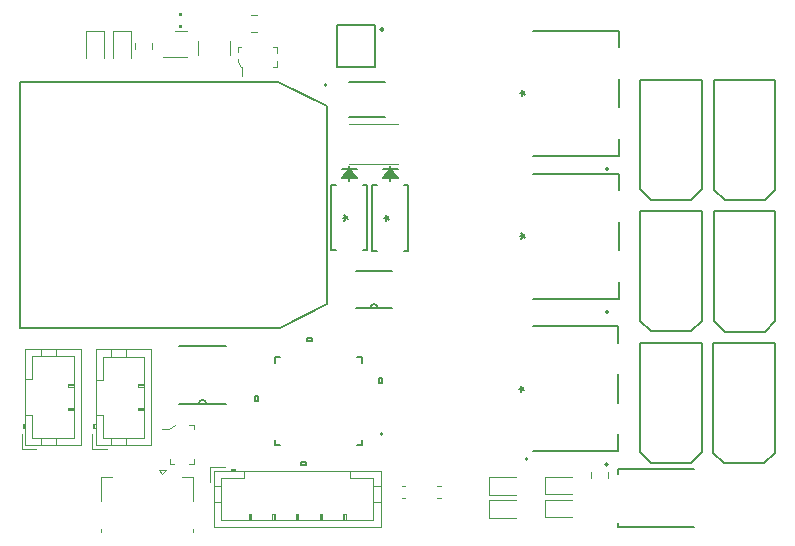
<source format=gbr>
G04 #@! TF.GenerationSoftware,KiCad,Pcbnew,5.1.6-c6e7f7d~87~ubuntu19.10.1*
G04 #@! TF.CreationDate,2021-03-17T15:36:07-04:00*
G04 #@! TF.ProjectId,icarus,69636172-7573-42e6-9b69-6361645f7063,V1.0*
G04 #@! TF.SameCoordinates,Original*
G04 #@! TF.FileFunction,Legend,Top*
G04 #@! TF.FilePolarity,Positive*
%FSLAX46Y46*%
G04 Gerber Fmt 4.6, Leading zero omitted, Abs format (unit mm)*
G04 Created by KiCad (PCBNEW 5.1.6-c6e7f7d~87~ubuntu19.10.1) date 2021-03-17 15:36:07*
%MOMM*%
%LPD*%
G01*
G04 APERTURE LIST*
%ADD10C,0.152400*%
%ADD11C,0.120000*%
%ADD12C,0.127000*%
%ADD13C,0.200000*%
%ADD14C,0.010000*%
%ADD15C,0.100000*%
%ADD16C,0.150000*%
G04 APERTURE END LIST*
D10*
G04 #@! TO.C,U2*
X141821100Y-109578900D02*
X141335140Y-109578900D01*
X134378900Y-109578900D02*
X134378900Y-110064860D01*
X134378900Y-117021100D02*
X134864860Y-117021100D01*
X141821100Y-117021100D02*
X141821100Y-116535140D01*
X141821100Y-110064860D02*
X141821100Y-109578900D01*
X134864860Y-109578900D02*
X134378900Y-109578900D01*
X134378900Y-116535140D02*
X134378900Y-117021100D01*
X141335140Y-117021100D02*
X141821100Y-117021100D01*
X143454899Y-111740501D02*
X143454899Y-111359501D01*
X143454899Y-111359501D02*
X143200899Y-111359501D01*
X143200899Y-111359501D02*
X143200899Y-111740501D01*
X143200899Y-111740501D02*
X143454899Y-111740501D01*
X137540499Y-108199101D02*
X137540499Y-107945101D01*
X137540499Y-107945101D02*
X137159499Y-107945101D01*
X137159499Y-107945101D02*
X137159499Y-108199101D01*
X137159499Y-108199101D02*
X137540499Y-108199101D01*
X132745101Y-113240501D02*
X132745101Y-112859500D01*
X132745101Y-112859500D02*
X132999101Y-112859500D01*
X132999101Y-112859500D02*
X132999101Y-113240501D01*
X132999101Y-113240501D02*
X132745101Y-113240501D01*
X137040500Y-118400899D02*
X137040500Y-118654899D01*
X137040500Y-118654899D02*
X136659500Y-118654899D01*
X136659500Y-118654899D02*
X136659500Y-118400899D01*
X136659500Y-118400899D02*
X137040500Y-118400899D01*
X143527101Y-116050000D02*
G75*
G03*
X143527101Y-116050000I-76200J0D01*
G01*
D11*
G04 #@! TO.C,J3*
X128940000Y-118890000D02*
X128940000Y-120140000D01*
X130190000Y-118890000D02*
X128940000Y-118890000D01*
X140300000Y-123300000D02*
X140300000Y-122800000D01*
X140400000Y-122800000D02*
X140400000Y-123300000D01*
X140200000Y-122800000D02*
X140400000Y-122800000D01*
X140200000Y-123300000D02*
X140200000Y-122800000D01*
X138300000Y-123300000D02*
X138300000Y-122800000D01*
X138400000Y-122800000D02*
X138400000Y-123300000D01*
X138200000Y-122800000D02*
X138400000Y-122800000D01*
X138200000Y-123300000D02*
X138200000Y-122800000D01*
X136300000Y-123300000D02*
X136300000Y-122800000D01*
X136400000Y-122800000D02*
X136400000Y-123300000D01*
X136200000Y-122800000D02*
X136400000Y-122800000D01*
X136200000Y-123300000D02*
X136200000Y-122800000D01*
X134300000Y-123300000D02*
X134300000Y-122800000D01*
X134400000Y-122800000D02*
X134400000Y-123300000D01*
X134200000Y-122800000D02*
X134400000Y-122800000D01*
X134200000Y-123300000D02*
X134200000Y-122800000D01*
X132300000Y-123300000D02*
X132300000Y-122800000D01*
X132400000Y-122800000D02*
X132400000Y-123300000D01*
X132200000Y-122800000D02*
X132400000Y-122800000D01*
X132200000Y-123300000D02*
X132200000Y-122800000D01*
X143360000Y-121800000D02*
X142750000Y-121800000D01*
X143360000Y-120500000D02*
X142750000Y-120500000D01*
X129240000Y-121800000D02*
X129850000Y-121800000D01*
X129240000Y-120500000D02*
X129850000Y-120500000D01*
X140800000Y-119800000D02*
X140800000Y-119190000D01*
X142750000Y-119800000D02*
X140800000Y-119800000D01*
X142750000Y-123300000D02*
X142750000Y-119800000D01*
X129850000Y-123300000D02*
X142750000Y-123300000D01*
X129850000Y-119800000D02*
X129850000Y-123300000D01*
X131800000Y-119800000D02*
X129850000Y-119800000D01*
X131800000Y-119190000D02*
X131800000Y-119800000D01*
X131000000Y-119090000D02*
X130700000Y-119090000D01*
X130700000Y-118990000D02*
X130700000Y-119190000D01*
X131000000Y-118990000D02*
X130700000Y-118990000D01*
X131000000Y-119190000D02*
X131000000Y-118990000D01*
X143360000Y-119190000D02*
X129240000Y-119190000D01*
X143360000Y-123910000D02*
X143360000Y-119190000D01*
X129240000Y-123910000D02*
X143360000Y-123910000D01*
X129240000Y-119190000D02*
X129240000Y-123910000D01*
D10*
G04 #@! TO.C,U3*
X130225800Y-108601600D02*
X126314200Y-108601600D01*
X126314200Y-113478400D02*
X127965200Y-113478400D01*
X127965200Y-113478400D02*
X128574800Y-113478400D01*
X128574800Y-113478400D02*
X130225800Y-113478400D01*
X128574800Y-113478400D02*
G75*
G03*
X127965200Y-113478400I-304800J0D01*
G01*
D12*
G04 #@! TO.C,U4*
X134800000Y-107060000D02*
X138800000Y-105060000D01*
X134700000Y-86260000D02*
X138800000Y-88260000D01*
X138800000Y-88260000D02*
X138800000Y-105060000D01*
X112800000Y-86260000D02*
X134700000Y-86260000D01*
X112800000Y-107060000D02*
X112800000Y-86260000D01*
X134800000Y-107060000D02*
X112800000Y-107060000D01*
D10*
G04 #@! TO.C,MOSFET5*
X162657399Y-105731200D02*
G75*
G03*
X162657399Y-105731200I-127000J0D01*
G01*
X163508200Y-100508960D02*
X163508200Y-98101040D01*
X156258938Y-104588200D02*
X163508200Y-104588200D01*
X163508200Y-95428960D02*
X163508200Y-94021800D01*
X163508200Y-94021800D02*
X156258938Y-94021800D01*
X163508200Y-104588200D02*
X163508200Y-103181040D01*
G04 #@! TO.C,MOSFET1*
X162632001Y-118651200D02*
G75*
G03*
X162632001Y-118651200I-127000J0D01*
G01*
X163482802Y-113428960D02*
X163482802Y-111021040D01*
X156233540Y-117508200D02*
X163482802Y-117508200D01*
X163482802Y-108348960D02*
X163482802Y-106941800D01*
X163482802Y-106941800D02*
X156233540Y-106941800D01*
X163482802Y-117508200D02*
X163482802Y-116101040D01*
G04 #@! TO.C,U15*
X155614900Y-118170000D02*
G75*
G03*
X155818100Y-118170000I101600J0D01*
G01*
X155818100Y-118170000D02*
G75*
G03*
X155614900Y-118170000I-101600J0D01*
G01*
D11*
G04 #@! TO.C,J4*
X119710000Y-124130000D02*
X119710000Y-124380000D01*
X127450000Y-124130000D02*
X127450000Y-124380000D01*
X126580000Y-119660000D02*
X127450000Y-119660000D01*
X119710000Y-119660000D02*
X119710000Y-121730000D01*
X127450000Y-119660000D02*
X127450000Y-121730000D01*
X119710000Y-119660000D02*
X120580000Y-119660000D01*
X124880000Y-119430000D02*
X124580000Y-119130000D01*
X124880000Y-119430000D02*
X125180000Y-119130000D01*
X124580000Y-119130000D02*
X125180000Y-119130000D01*
D13*
G04 #@! TO.C,U8*
X138790000Y-86490000D02*
G75*
G03*
X138790000Y-86490000I-100000J0D01*
G01*
D12*
X140690000Y-86240000D02*
X143690000Y-86240000D01*
X140690000Y-89240000D02*
X143690000Y-89240000D01*
D11*
G04 #@! TO.C,C2*
X132401422Y-80590000D02*
X132918578Y-80590000D01*
X132401422Y-82010000D02*
X132918578Y-82010000D01*
G04 #@! TO.C,C4*
X123970000Y-83478578D02*
X123970000Y-82961422D01*
X122550000Y-83478578D02*
X122550000Y-82961422D01*
G04 #@! TO.C,C7*
X161190000Y-119278922D02*
X161190000Y-119796078D01*
X162610000Y-119278922D02*
X162610000Y-119796078D01*
D10*
G04 #@! TO.C,CR1*
X145348240Y-100538600D02*
X145714000Y-100538600D01*
X143031760Y-95001400D02*
X142666000Y-95001400D01*
X145714000Y-95001400D02*
X145348240Y-95001400D01*
X145714000Y-100538600D02*
X145714000Y-95001400D01*
X142666000Y-100538600D02*
X143031760Y-100538600D01*
X142666000Y-95001400D02*
X142666000Y-100538600D01*
X144825000Y-94366400D02*
X143555000Y-94366400D01*
X144190000Y-93604400D02*
X144063000Y-94366400D01*
X144190000Y-93604400D02*
X143936000Y-94366400D01*
X144190000Y-93604400D02*
X143809000Y-94366400D01*
X144190000Y-93604400D02*
X143682000Y-94366400D01*
X144190000Y-93604400D02*
X143555000Y-94366400D01*
X144190000Y-93604400D02*
X144317000Y-94366400D01*
X144190000Y-93604400D02*
X144444000Y-94366400D01*
X144190000Y-93604400D02*
X144571000Y-94366400D01*
X144190000Y-93604400D02*
X144698000Y-94366400D01*
X144190000Y-93604400D02*
X144825000Y-94366400D01*
X144825000Y-93604400D02*
X143555000Y-93604400D01*
X144190000Y-94620400D02*
X144190000Y-93350400D01*
G04 #@! TO.C,CR2*
X140700000Y-94600400D02*
X140700000Y-93330400D01*
X141335000Y-93584400D02*
X140065000Y-93584400D01*
X140700000Y-93584400D02*
X141335000Y-94346400D01*
X140700000Y-93584400D02*
X141208000Y-94346400D01*
X140700000Y-93584400D02*
X141081000Y-94346400D01*
X140700000Y-93584400D02*
X140954000Y-94346400D01*
X140700000Y-93584400D02*
X140827000Y-94346400D01*
X140700000Y-93584400D02*
X140065000Y-94346400D01*
X140700000Y-93584400D02*
X140192000Y-94346400D01*
X140700000Y-93584400D02*
X140319000Y-94346400D01*
X140700000Y-93584400D02*
X140446000Y-94346400D01*
X140700000Y-93584400D02*
X140573000Y-94346400D01*
X141335000Y-94346400D02*
X140065000Y-94346400D01*
X139176000Y-94981400D02*
X139176000Y-100518600D01*
X139176000Y-100518600D02*
X139541760Y-100518600D01*
X142224000Y-100518600D02*
X142224000Y-94981400D01*
X142224000Y-94981400D02*
X141858240Y-94981400D01*
X139541760Y-94981400D02*
X139176000Y-94981400D01*
X141858240Y-100518600D02*
X142224000Y-100518600D01*
D14*
G04 #@! TO.C,D1*
G36*
X126490583Y-80610000D02*
G01*
X126290000Y-80610000D01*
X126290000Y-80409632D01*
X126490583Y-80409632D01*
X126490583Y-80610000D01*
G37*
X126490583Y-80610000D02*
X126290000Y-80610000D01*
X126290000Y-80409632D01*
X126490583Y-80409632D01*
X126490583Y-80610000D01*
G36*
X126490108Y-81610000D02*
G01*
X126290000Y-81610000D01*
X126290000Y-81410046D01*
X126490108Y-81410046D01*
X126490108Y-81610000D01*
G37*
X126490108Y-81610000D02*
X126290000Y-81610000D01*
X126290000Y-81410046D01*
X126490108Y-81410046D01*
X126490108Y-81610000D01*
D11*
G04 #@! TO.C,D2*
X122205000Y-84212500D02*
X122205000Y-81927500D01*
X122205000Y-81927500D02*
X120735000Y-81927500D01*
X120735000Y-81927500D02*
X120735000Y-84212500D01*
G04 #@! TO.C,D3*
X119915000Y-84212500D02*
X119915000Y-81927500D01*
X119915000Y-81927500D02*
X118445000Y-81927500D01*
X118445000Y-81927500D02*
X118445000Y-84212500D01*
G04 #@! TO.C,D4*
X157277500Y-123125000D02*
X159562500Y-123125000D01*
X157277500Y-121655000D02*
X157277500Y-123125000D01*
X159562500Y-121655000D02*
X157277500Y-121655000D01*
G04 #@! TO.C,D5*
X157272500Y-121165000D02*
X159557500Y-121165000D01*
X157272500Y-119695000D02*
X157272500Y-121165000D01*
X159557500Y-119695000D02*
X157272500Y-119695000D01*
G04 #@! TO.C,D6*
X152572500Y-123155000D02*
X154857500Y-123155000D01*
X152572500Y-121685000D02*
X152572500Y-123155000D01*
X154857500Y-121685000D02*
X152572500Y-121685000D01*
G04 #@! TO.C,D7*
X154852500Y-119725000D02*
X152567500Y-119725000D01*
X152567500Y-119725000D02*
X152567500Y-121195000D01*
X152567500Y-121195000D02*
X154852500Y-121195000D01*
G04 #@! TO.C,L1*
X127900000Y-82797936D02*
X127900000Y-84002064D01*
X130620000Y-82797936D02*
X130620000Y-84002064D01*
D12*
G04 #@! TO.C,MOSFET2*
X142850000Y-81400000D02*
X139650000Y-81400000D01*
X139650000Y-81400000D02*
X139650000Y-85000000D01*
X139650000Y-85000000D02*
X142850000Y-85000000D01*
X142850000Y-85000000D02*
X142850000Y-81400000D01*
D15*
G36*
X143450000Y-81600000D02*
G01*
X143550000Y-81626795D01*
X143623205Y-81700000D01*
X143650000Y-81800000D01*
X143623205Y-81900000D01*
X143550000Y-81973205D01*
X143450000Y-82000000D01*
X143350000Y-81973205D01*
X143276795Y-81900000D01*
X143250000Y-81800000D01*
X143276795Y-81700000D01*
X143350000Y-81626795D01*
X143450000Y-81600000D01*
G37*
D10*
G04 #@! TO.C,MOSFET3*
X163538200Y-92483200D02*
X163538200Y-91076040D01*
X163538200Y-81916800D02*
X156288938Y-81916800D01*
X163538200Y-83323960D02*
X163538200Y-81916800D01*
X156288938Y-92483200D02*
X163538200Y-92483200D01*
X163538200Y-88403960D02*
X163538200Y-85996040D01*
X162687399Y-93626200D02*
G75*
G03*
X162687399Y-93626200I-127000J0D01*
G01*
D15*
G04 #@! TO.C,MOSFET4*
X131260000Y-83325000D02*
X131560000Y-83325000D01*
X131260000Y-83700000D02*
X131260000Y-83325000D01*
X134560000Y-83325000D02*
X134560000Y-83775000D01*
X134260000Y-83325000D02*
X134560000Y-83325000D01*
X134335000Y-83325000D02*
X134210000Y-83325000D01*
X134560000Y-84975000D02*
X134210000Y-84975000D01*
X134560000Y-84500000D02*
X134560000Y-84975000D01*
X131585000Y-84975000D02*
X131585000Y-85750000D01*
X131535000Y-84975000D02*
X131585000Y-84975000D01*
X131260000Y-84600000D02*
X131535000Y-84975000D01*
X131260000Y-84325000D02*
X131260000Y-84600000D01*
D11*
G04 #@! TO.C,R19*
X148500279Y-120440000D02*
X148174721Y-120440000D01*
X148500279Y-121460000D02*
X148174721Y-121460000D01*
G04 #@! TO.C,R20*
X145460279Y-121460000D02*
X145134721Y-121460000D01*
X145460279Y-120440000D02*
X145134721Y-120440000D01*
G04 #@! TO.C,U1*
X125940000Y-81960000D02*
X126940000Y-81960000D01*
X124940000Y-84160000D02*
X126940000Y-84160000D01*
D10*
G04 #@! TO.C,U5*
X163499600Y-119061600D02*
X163499600Y-119442600D01*
X163499600Y-123938400D02*
X169900400Y-123938400D01*
X169900400Y-119061600D02*
X163499600Y-119061600D01*
X163499600Y-123557400D02*
X163499600Y-123938400D01*
D12*
G04 #@! TO.C,U6*
X172475000Y-107400000D02*
X175875000Y-107400000D01*
X176775000Y-106500000D02*
X175875000Y-107400000D01*
X171575000Y-106500000D02*
X172475000Y-107400000D01*
X176775000Y-97200000D02*
X176775000Y-106500000D01*
X171575000Y-97200000D02*
X176775000Y-97200000D01*
X171575000Y-106500000D02*
X171575000Y-97200000D01*
G04 #@! TO.C,U7*
X171525000Y-117650000D02*
X171525000Y-108350000D01*
X171525000Y-108350000D02*
X176725000Y-108350000D01*
X176725000Y-108350000D02*
X176725000Y-117650000D01*
X171525000Y-117650000D02*
X172425000Y-118550000D01*
X176725000Y-117650000D02*
X175825000Y-118550000D01*
X172425000Y-118550000D02*
X175825000Y-118550000D01*
G04 #@! TO.C,U9*
X166250000Y-118525000D02*
X169650000Y-118525000D01*
X170550000Y-117625000D02*
X169650000Y-118525000D01*
X165350000Y-117625000D02*
X166250000Y-118525000D01*
X170550000Y-108325000D02*
X170550000Y-117625000D01*
X165350000Y-108325000D02*
X170550000Y-108325000D01*
X165350000Y-117625000D02*
X165350000Y-108325000D01*
G04 #@! TO.C,U10*
X171575000Y-95380000D02*
X171575000Y-86080000D01*
X171575000Y-86080000D02*
X176775000Y-86080000D01*
X176775000Y-86080000D02*
X176775000Y-95380000D01*
X171575000Y-95380000D02*
X172475000Y-96280000D01*
X176775000Y-95380000D02*
X175875000Y-96280000D01*
X172475000Y-96280000D02*
X175875000Y-96280000D01*
G04 #@! TO.C,U11*
X166250000Y-107375000D02*
X169650000Y-107375000D01*
X170550000Y-106475000D02*
X169650000Y-107375000D01*
X165350000Y-106475000D02*
X166250000Y-107375000D01*
X170550000Y-97175000D02*
X170550000Y-106475000D01*
X165350000Y-97175000D02*
X170550000Y-97175000D01*
X165350000Y-106475000D02*
X165350000Y-97175000D01*
G04 #@! TO.C,U12*
X165350000Y-95355000D02*
X165350000Y-86055000D01*
X165350000Y-86055000D02*
X170550000Y-86055000D01*
X170550000Y-86055000D02*
X170550000Y-95355000D01*
X165350000Y-95355000D02*
X166250000Y-96255000D01*
X170550000Y-95355000D02*
X169650000Y-96255000D01*
X166250000Y-96255000D02*
X169650000Y-96255000D01*
D10*
G04 #@! TO.C,U13*
X144349400Y-102275600D02*
X141250600Y-102275600D01*
X141250600Y-105374400D02*
X142495200Y-105374400D01*
X142495200Y-105374400D02*
X143104800Y-105374400D01*
X143104800Y-105374400D02*
X144349400Y-105374400D01*
X143104800Y-105374400D02*
G75*
G03*
X142495200Y-105374400I-304800J0D01*
G01*
D15*
G04 #@! TO.C,U14*
X127520000Y-118560000D02*
X127170000Y-118560000D01*
X127520000Y-118210000D02*
X127520000Y-118560000D01*
X125520000Y-118560000D02*
X125520000Y-118210000D01*
X125870000Y-118560000D02*
X125520000Y-118560000D01*
X127520000Y-115260000D02*
X127170000Y-115260000D01*
X127520000Y-115610000D02*
X127520000Y-115260000D01*
X125470000Y-115610000D02*
X125920000Y-115260000D01*
X124870000Y-115610000D02*
X125470000Y-115610000D01*
D11*
G04 #@! TO.C,J1*
X118920000Y-117310000D02*
X120170000Y-117310000D01*
X118920000Y-116060000D02*
X118920000Y-117310000D01*
X123330000Y-111950000D02*
X122830000Y-111950000D01*
X122830000Y-111850000D02*
X123330000Y-111850000D01*
X122830000Y-112050000D02*
X122830000Y-111850000D01*
X123330000Y-112050000D02*
X122830000Y-112050000D01*
X123330000Y-113950000D02*
X122830000Y-113950000D01*
X122830000Y-113850000D02*
X123330000Y-113850000D01*
X122830000Y-114050000D02*
X122830000Y-113850000D01*
X123330000Y-114050000D02*
X122830000Y-114050000D01*
X121830000Y-108890000D02*
X121830000Y-109500000D01*
X120530000Y-108890000D02*
X120530000Y-109500000D01*
X121830000Y-117010000D02*
X121830000Y-116400000D01*
X120530000Y-117010000D02*
X120530000Y-116400000D01*
X119830000Y-111450000D02*
X119220000Y-111450000D01*
X119830000Y-109500000D02*
X119830000Y-111450000D01*
X123330000Y-109500000D02*
X119830000Y-109500000D01*
X123330000Y-116400000D02*
X123330000Y-109500000D01*
X119830000Y-116400000D02*
X123330000Y-116400000D01*
X119830000Y-114450000D02*
X119830000Y-116400000D01*
X119220000Y-114450000D02*
X119830000Y-114450000D01*
X119120000Y-115250000D02*
X119120000Y-115550000D01*
X119020000Y-115550000D02*
X119220000Y-115550000D01*
X119020000Y-115250000D02*
X119020000Y-115550000D01*
X119220000Y-115250000D02*
X119020000Y-115250000D01*
X119220000Y-108890000D02*
X119220000Y-117010000D01*
X123940000Y-108890000D02*
X119220000Y-108890000D01*
X123940000Y-117010000D02*
X123940000Y-108890000D01*
X119220000Y-117010000D02*
X123940000Y-117010000D01*
G04 #@! TO.C,J2*
X113260000Y-117000000D02*
X117980000Y-117000000D01*
X117980000Y-117000000D02*
X117980000Y-108880000D01*
X117980000Y-108880000D02*
X113260000Y-108880000D01*
X113260000Y-108880000D02*
X113260000Y-117000000D01*
X113260000Y-115240000D02*
X113060000Y-115240000D01*
X113060000Y-115240000D02*
X113060000Y-115540000D01*
X113060000Y-115540000D02*
X113260000Y-115540000D01*
X113160000Y-115240000D02*
X113160000Y-115540000D01*
X113260000Y-114440000D02*
X113870000Y-114440000D01*
X113870000Y-114440000D02*
X113870000Y-116390000D01*
X113870000Y-116390000D02*
X117370000Y-116390000D01*
X117370000Y-116390000D02*
X117370000Y-109490000D01*
X117370000Y-109490000D02*
X113870000Y-109490000D01*
X113870000Y-109490000D02*
X113870000Y-111440000D01*
X113870000Y-111440000D02*
X113260000Y-111440000D01*
X114570000Y-117000000D02*
X114570000Y-116390000D01*
X115870000Y-117000000D02*
X115870000Y-116390000D01*
X114570000Y-108880000D02*
X114570000Y-109490000D01*
X115870000Y-108880000D02*
X115870000Y-109490000D01*
X117370000Y-114040000D02*
X116870000Y-114040000D01*
X116870000Y-114040000D02*
X116870000Y-113840000D01*
X116870000Y-113840000D02*
X117370000Y-113840000D01*
X117370000Y-113940000D02*
X116870000Y-113940000D01*
X117370000Y-112040000D02*
X116870000Y-112040000D01*
X116870000Y-112040000D02*
X116870000Y-111840000D01*
X116870000Y-111840000D02*
X117370000Y-111840000D01*
X117370000Y-111940000D02*
X116870000Y-111940000D01*
X112960000Y-116050000D02*
X112960000Y-117300000D01*
X112960000Y-117300000D02*
X114210000Y-117300000D01*
G04 #@! TO.C,R1*
X144802064Y-89790000D02*
X140697936Y-89790000D01*
X144802064Y-93210000D02*
X140697936Y-93210000D01*
G04 #@! TO.C,MOSFET5*
D16*
X155137380Y-99305000D02*
X155375476Y-99305000D01*
X155280238Y-99543095D02*
X155375476Y-99305000D01*
X155280238Y-99066904D01*
X155565952Y-99447857D02*
X155375476Y-99305000D01*
X155565952Y-99162142D01*
G04 #@! TO.C,MOSFET1*
X155111982Y-112225000D02*
X155350078Y-112225000D01*
X155254840Y-112463095D02*
X155350078Y-112225000D01*
X155254840Y-111986904D01*
X155540554Y-112367857D02*
X155350078Y-112225000D01*
X155540554Y-112082142D01*
G04 #@! TO.C,CR1*
X143642380Y-97770000D02*
X143880476Y-97770000D01*
X143785238Y-98008095D02*
X143880476Y-97770000D01*
X143785238Y-97531904D01*
X144070952Y-97912857D02*
X143880476Y-97770000D01*
X144070952Y-97627142D01*
G04 #@! TO.C,CR2*
X140152380Y-97750000D02*
X140390476Y-97750000D01*
X140295238Y-97988095D02*
X140390476Y-97750000D01*
X140295238Y-97511904D01*
X140580952Y-97892857D02*
X140390476Y-97750000D01*
X140580952Y-97607142D01*
G04 #@! TO.C,MOSFET3*
X155167380Y-87200000D02*
X155405476Y-87200000D01*
X155310238Y-87438095D02*
X155405476Y-87200000D01*
X155310238Y-86961904D01*
X155595952Y-87342857D02*
X155405476Y-87200000D01*
X155595952Y-87057142D01*
G04 #@! TD*
M02*

</source>
